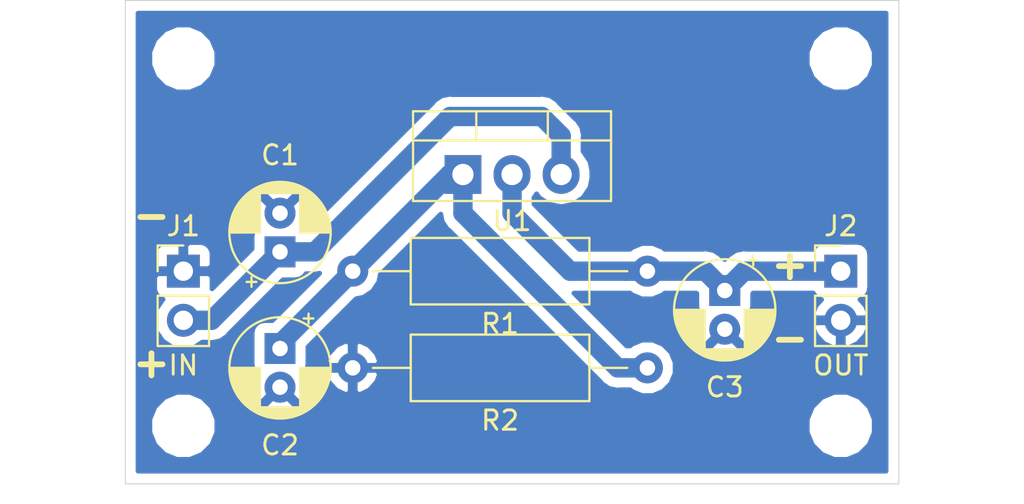
<source format=kicad_pcb>
(kicad_pcb (version 20171130) (host pcbnew 5.0.2-bee76a0~70~ubuntu18.04.1)

  (general
    (thickness 1.6)
    (drawings 8)
    (tracks 23)
    (zones 0)
    (modules 12)
    (nets 5)
  )

  (page A4)
  (title_block
    (title "Преобразователь DC5V")
    (date 2019-09-24)
    (company "НПП СТРЕЛА")
    (comment 2 Кокорев)
    (comment 3 Хорошко)
  )

  (layers
    (0 F.Cu signal)
    (31 B.Cu signal)
    (32 B.Adhes user)
    (33 F.Adhes user)
    (34 B.Paste user)
    (35 F.Paste user)
    (36 B.SilkS user)
    (37 F.SilkS user)
    (38 B.Mask user)
    (39 F.Mask user)
    (40 Dwgs.User user)
    (41 Cmts.User user)
    (42 Eco1.User user)
    (43 Eco2.User user)
    (44 Edge.Cuts user)
    (45 Margin user)
    (46 B.CrtYd user)
    (47 F.CrtYd user)
    (48 B.Fab user)
    (49 F.Fab user)
  )

  (setup
    (last_trace_width 1)
    (trace_clearance 0.5)
    (zone_clearance 0.508)
    (zone_45_only no)
    (trace_min 0.2)
    (segment_width 0.2)
    (edge_width 0.05)
    (via_size 0.8)
    (via_drill 0.4)
    (via_min_size 0.4)
    (via_min_drill 0.3)
    (uvia_size 0.3)
    (uvia_drill 0.1)
    (uvias_allowed no)
    (uvia_min_size 0.2)
    (uvia_min_drill 0.1)
    (pcb_text_width 0.3)
    (pcb_text_size 1.5 1.5)
    (mod_edge_width 0.12)
    (mod_text_size 1 1)
    (mod_text_width 0.15)
    (pad_size 1.524 1.524)
    (pad_drill 0.762)
    (pad_to_mask_clearance 0.051)
    (solder_mask_min_width 0.25)
    (aux_axis_origin 0 0)
    (visible_elements 7FFFFFFF)
    (pcbplotparams
      (layerselection 0x010fc_ffffffff)
      (usegerberextensions false)
      (usegerberattributes false)
      (usegerberadvancedattributes false)
      (creategerberjobfile false)
      (excludeedgelayer true)
      (linewidth 0.100000)
      (plotframeref false)
      (viasonmask false)
      (mode 1)
      (useauxorigin false)
      (hpglpennumber 1)
      (hpglpenspeed 20)
      (hpglpendiameter 15.000000)
      (psnegative false)
      (psa4output false)
      (plotreference true)
      (plotvalue true)
      (plotinvisibletext false)
      (padsonsilk false)
      (subtractmaskfromsilk false)
      (outputformat 1)
      (mirror false)
      (drillshape 0)
      (scaleselection 1)
      (outputdirectory "GERBER/"))
  )

  (net 0 "")
  (net 1 GND)
  (net 2 "Net-(C1-Pad1)")
  (net 3 "Net-(C2-Pad1)")
  (net 4 "Net-(C3-Pad1)")

  (net_class Default "Это класс цепей по умолчанию."
    (clearance 0.5)
    (trace_width 1)
    (via_dia 0.8)
    (via_drill 0.4)
    (uvia_dia 0.3)
    (uvia_drill 0.1)
    (add_net GND)
    (add_net "Net-(C1-Pad1)")
    (add_net "Net-(C2-Pad1)")
    (add_net "Net-(C3-Pad1)")
  )

  (module MountingHole:MountingHole_2.2mm_M2 (layer F.Cu) (tedit 5D89F590) (tstamp 5D982118)
    (at 169 77)
    (descr "Mounting Hole 2.2mm, no annular, M2")
    (tags "mounting hole 2.2mm no annular m2")
    (attr virtual)
    (fp_text reference REF1 (at 0 -3.2) (layer F.SilkS) hide
      (effects (font (size 1 1) (thickness 0.15)))
    )
    (fp_text value MountingHole_2.2mm_M2 (at 0 3.2) (layer F.Fab)
      (effects (font (size 1 1) (thickness 0.15)))
    )
    (fp_circle (center 0 0) (end 2.45 0) (layer F.CrtYd) (width 0.05))
    (fp_circle (center 0 0) (end 2.2 0) (layer Cmts.User) (width 0.15))
    (fp_text user %R (at 0.3 0) (layer F.Fab)
      (effects (font (size 1 1) (thickness 0.15)))
    )
    (pad 1 np_thru_hole circle (at 0 0) (size 2.2 2.2) (drill 2.2) (layers *.Cu *.Mask))
  )

  (module MountingHole:MountingHole_2.2mm_M2 (layer F.Cu) (tedit 5D89B2BB) (tstamp 5D98225A)
    (at 169 96)
    (descr "Mounting Hole 2.2mm, no annular, M2")
    (tags "mounting hole 2.2mm no annular m2")
    (attr virtual)
    (fp_text reference REF** (at 0 -3.2) (layer F.SilkS) hide
      (effects (font (size 1 1) (thickness 0.15)))
    )
    (fp_text value MountingHole_2.2mm_M2 (at 0 3.2) (layer F.Fab)
      (effects (font (size 1 1) (thickness 0.15)))
    )
    (fp_circle (center 0 0) (end 2.45 0) (layer F.CrtYd) (width 0.05))
    (fp_circle (center 0 0) (end 2.2 0) (layer Cmts.User) (width 0.15))
    (fp_text user %R (at 0.3 0) (layer F.Fab)
      (effects (font (size 1 1) (thickness 0.15)))
    )
    (pad 1 np_thru_hole circle (at 0 0) (size 2.2 2.2) (drill 2.2) (layers *.Cu *.Mask))
  )

  (module MountingHole:MountingHole_2.2mm_M2 (layer F.Cu) (tedit 5D89B2B7) (tstamp 5D982368)
    (at 135 77)
    (descr "Mounting Hole 2.2mm, no annular, M2")
    (tags "mounting hole 2.2mm no annular m2")
    (attr virtual)
    (fp_text reference REF** (at 0 -3.2) (layer F.SilkS) hide
      (effects (font (size 1 1) (thickness 0.15)))
    )
    (fp_text value MountingHole_2.2mm_M2 (at 0 3.2) (layer F.Fab)
      (effects (font (size 1 1) (thickness 0.15)))
    )
    (fp_circle (center 0 0) (end 2.45 0) (layer F.CrtYd) (width 0.05))
    (fp_circle (center 0 0) (end 2.2 0) (layer Cmts.User) (width 0.15))
    (fp_text user %R (at 0.3 0) (layer F.Fab)
      (effects (font (size 1 1) (thickness 0.15)))
    )
    (pad 1 np_thru_hole circle (at 0 0) (size 2.2 2.2) (drill 2.2) (layers *.Cu *.Mask))
  )

  (module MountingHole:MountingHole_2.2mm_M2 (layer F.Cu) (tedit 5D89B2B2) (tstamp 5D9823D7)
    (at 135 96)
    (descr "Mounting Hole 2.2mm, no annular, M2")
    (tags "mounting hole 2.2mm no annular m2")
    (attr virtual)
    (fp_text reference REF** (at 0 -3.2) (layer F.SilkS) hide
      (effects (font (size 1 1) (thickness 0.15)))
    )
    (fp_text value MountingHole_2.2mm_M2 (at 0 3.2) (layer F.Fab)
      (effects (font (size 1 1) (thickness 0.15)))
    )
    (fp_circle (center 0 0) (end 2.45 0) (layer F.CrtYd) (width 0.05))
    (fp_circle (center 0 0) (end 2.2 0) (layer Cmts.User) (width 0.15))
    (fp_text user %R (at 0.3 0) (layer F.Fab)
      (effects (font (size 1 1) (thickness 0.15)))
    )
    (pad 1 np_thru_hole circle (at 0 0) (size 2.2 2.2) (drill 2.2) (layers *.Cu *.Mask))
  )

  (module Capacitor_THT:CP_Radial_D5.0mm_P2.00mm (layer F.Cu) (tedit 5AE50EF0) (tstamp 5D89FF98)
    (at 163 89 270)
    (descr "CP, Radial series, Radial, pin pitch=2.00mm, , diameter=5mm, Electrolytic Capacitor")
    (tags "CP Radial series Radial pin pitch 2.00mm  diameter 5mm Electrolytic Capacitor")
    (path /5D8993C4)
    (fp_text reference C3 (at 5 0) (layer F.SilkS)
      (effects (font (size 1 1) (thickness 0.15)))
    )
    (fp_text value 10u (at 1 3.75 270) (layer F.Fab)
      (effects (font (size 1 1) (thickness 0.15)))
    )
    (fp_circle (center 1 0) (end 3.5 0) (layer F.Fab) (width 0.1))
    (fp_circle (center 1 0) (end 3.62 0) (layer F.SilkS) (width 0.12))
    (fp_circle (center 1 0) (end 3.75 0) (layer F.CrtYd) (width 0.05))
    (fp_line (start -1.133605 -1.0875) (end -0.633605 -1.0875) (layer F.Fab) (width 0.1))
    (fp_line (start -0.883605 -1.3375) (end -0.883605 -0.8375) (layer F.Fab) (width 0.1))
    (fp_line (start 1 1.04) (end 1 2.58) (layer F.SilkS) (width 0.12))
    (fp_line (start 1 -2.58) (end 1 -1.04) (layer F.SilkS) (width 0.12))
    (fp_line (start 1.04 1.04) (end 1.04 2.58) (layer F.SilkS) (width 0.12))
    (fp_line (start 1.04 -2.58) (end 1.04 -1.04) (layer F.SilkS) (width 0.12))
    (fp_line (start 1.08 -2.579) (end 1.08 -1.04) (layer F.SilkS) (width 0.12))
    (fp_line (start 1.08 1.04) (end 1.08 2.579) (layer F.SilkS) (width 0.12))
    (fp_line (start 1.12 -2.578) (end 1.12 -1.04) (layer F.SilkS) (width 0.12))
    (fp_line (start 1.12 1.04) (end 1.12 2.578) (layer F.SilkS) (width 0.12))
    (fp_line (start 1.16 -2.576) (end 1.16 -1.04) (layer F.SilkS) (width 0.12))
    (fp_line (start 1.16 1.04) (end 1.16 2.576) (layer F.SilkS) (width 0.12))
    (fp_line (start 1.2 -2.573) (end 1.2 -1.04) (layer F.SilkS) (width 0.12))
    (fp_line (start 1.2 1.04) (end 1.2 2.573) (layer F.SilkS) (width 0.12))
    (fp_line (start 1.24 -2.569) (end 1.24 -1.04) (layer F.SilkS) (width 0.12))
    (fp_line (start 1.24 1.04) (end 1.24 2.569) (layer F.SilkS) (width 0.12))
    (fp_line (start 1.28 -2.565) (end 1.28 -1.04) (layer F.SilkS) (width 0.12))
    (fp_line (start 1.28 1.04) (end 1.28 2.565) (layer F.SilkS) (width 0.12))
    (fp_line (start 1.32 -2.561) (end 1.32 -1.04) (layer F.SilkS) (width 0.12))
    (fp_line (start 1.32 1.04) (end 1.32 2.561) (layer F.SilkS) (width 0.12))
    (fp_line (start 1.36 -2.556) (end 1.36 -1.04) (layer F.SilkS) (width 0.12))
    (fp_line (start 1.36 1.04) (end 1.36 2.556) (layer F.SilkS) (width 0.12))
    (fp_line (start 1.4 -2.55) (end 1.4 -1.04) (layer F.SilkS) (width 0.12))
    (fp_line (start 1.4 1.04) (end 1.4 2.55) (layer F.SilkS) (width 0.12))
    (fp_line (start 1.44 -2.543) (end 1.44 -1.04) (layer F.SilkS) (width 0.12))
    (fp_line (start 1.44 1.04) (end 1.44 2.543) (layer F.SilkS) (width 0.12))
    (fp_line (start 1.48 -2.536) (end 1.48 -1.04) (layer F.SilkS) (width 0.12))
    (fp_line (start 1.48 1.04) (end 1.48 2.536) (layer F.SilkS) (width 0.12))
    (fp_line (start 1.52 -2.528) (end 1.52 -1.04) (layer F.SilkS) (width 0.12))
    (fp_line (start 1.52 1.04) (end 1.52 2.528) (layer F.SilkS) (width 0.12))
    (fp_line (start 1.56 -2.52) (end 1.56 -1.04) (layer F.SilkS) (width 0.12))
    (fp_line (start 1.56 1.04) (end 1.56 2.52) (layer F.SilkS) (width 0.12))
    (fp_line (start 1.6 -2.511) (end 1.6 -1.04) (layer F.SilkS) (width 0.12))
    (fp_line (start 1.6 1.04) (end 1.6 2.511) (layer F.SilkS) (width 0.12))
    (fp_line (start 1.64 -2.501) (end 1.64 -1.04) (layer F.SilkS) (width 0.12))
    (fp_line (start 1.64 1.04) (end 1.64 2.501) (layer F.SilkS) (width 0.12))
    (fp_line (start 1.68 -2.491) (end 1.68 -1.04) (layer F.SilkS) (width 0.12))
    (fp_line (start 1.68 1.04) (end 1.68 2.491) (layer F.SilkS) (width 0.12))
    (fp_line (start 1.721 -2.48) (end 1.721 -1.04) (layer F.SilkS) (width 0.12))
    (fp_line (start 1.721 1.04) (end 1.721 2.48) (layer F.SilkS) (width 0.12))
    (fp_line (start 1.761 -2.468) (end 1.761 -1.04) (layer F.SilkS) (width 0.12))
    (fp_line (start 1.761 1.04) (end 1.761 2.468) (layer F.SilkS) (width 0.12))
    (fp_line (start 1.801 -2.455) (end 1.801 -1.04) (layer F.SilkS) (width 0.12))
    (fp_line (start 1.801 1.04) (end 1.801 2.455) (layer F.SilkS) (width 0.12))
    (fp_line (start 1.841 -2.442) (end 1.841 -1.04) (layer F.SilkS) (width 0.12))
    (fp_line (start 1.841 1.04) (end 1.841 2.442) (layer F.SilkS) (width 0.12))
    (fp_line (start 1.881 -2.428) (end 1.881 -1.04) (layer F.SilkS) (width 0.12))
    (fp_line (start 1.881 1.04) (end 1.881 2.428) (layer F.SilkS) (width 0.12))
    (fp_line (start 1.921 -2.414) (end 1.921 -1.04) (layer F.SilkS) (width 0.12))
    (fp_line (start 1.921 1.04) (end 1.921 2.414) (layer F.SilkS) (width 0.12))
    (fp_line (start 1.961 -2.398) (end 1.961 -1.04) (layer F.SilkS) (width 0.12))
    (fp_line (start 1.961 1.04) (end 1.961 2.398) (layer F.SilkS) (width 0.12))
    (fp_line (start 2.001 -2.382) (end 2.001 -1.04) (layer F.SilkS) (width 0.12))
    (fp_line (start 2.001 1.04) (end 2.001 2.382) (layer F.SilkS) (width 0.12))
    (fp_line (start 2.041 -2.365) (end 2.041 -1.04) (layer F.SilkS) (width 0.12))
    (fp_line (start 2.041 1.04) (end 2.041 2.365) (layer F.SilkS) (width 0.12))
    (fp_line (start 2.081 -2.348) (end 2.081 -1.04) (layer F.SilkS) (width 0.12))
    (fp_line (start 2.081 1.04) (end 2.081 2.348) (layer F.SilkS) (width 0.12))
    (fp_line (start 2.121 -2.329) (end 2.121 -1.04) (layer F.SilkS) (width 0.12))
    (fp_line (start 2.121 1.04) (end 2.121 2.329) (layer F.SilkS) (width 0.12))
    (fp_line (start 2.161 -2.31) (end 2.161 -1.04) (layer F.SilkS) (width 0.12))
    (fp_line (start 2.161 1.04) (end 2.161 2.31) (layer F.SilkS) (width 0.12))
    (fp_line (start 2.201 -2.29) (end 2.201 -1.04) (layer F.SilkS) (width 0.12))
    (fp_line (start 2.201 1.04) (end 2.201 2.29) (layer F.SilkS) (width 0.12))
    (fp_line (start 2.241 -2.268) (end 2.241 -1.04) (layer F.SilkS) (width 0.12))
    (fp_line (start 2.241 1.04) (end 2.241 2.268) (layer F.SilkS) (width 0.12))
    (fp_line (start 2.281 -2.247) (end 2.281 -1.04) (layer F.SilkS) (width 0.12))
    (fp_line (start 2.281 1.04) (end 2.281 2.247) (layer F.SilkS) (width 0.12))
    (fp_line (start 2.321 -2.224) (end 2.321 -1.04) (layer F.SilkS) (width 0.12))
    (fp_line (start 2.321 1.04) (end 2.321 2.224) (layer F.SilkS) (width 0.12))
    (fp_line (start 2.361 -2.2) (end 2.361 -1.04) (layer F.SilkS) (width 0.12))
    (fp_line (start 2.361 1.04) (end 2.361 2.2) (layer F.SilkS) (width 0.12))
    (fp_line (start 2.401 -2.175) (end 2.401 -1.04) (layer F.SilkS) (width 0.12))
    (fp_line (start 2.401 1.04) (end 2.401 2.175) (layer F.SilkS) (width 0.12))
    (fp_line (start 2.441 -2.149) (end 2.441 -1.04) (layer F.SilkS) (width 0.12))
    (fp_line (start 2.441 1.04) (end 2.441 2.149) (layer F.SilkS) (width 0.12))
    (fp_line (start 2.481 -2.122) (end 2.481 -1.04) (layer F.SilkS) (width 0.12))
    (fp_line (start 2.481 1.04) (end 2.481 2.122) (layer F.SilkS) (width 0.12))
    (fp_line (start 2.521 -2.095) (end 2.521 -1.04) (layer F.SilkS) (width 0.12))
    (fp_line (start 2.521 1.04) (end 2.521 2.095) (layer F.SilkS) (width 0.12))
    (fp_line (start 2.561 -2.065) (end 2.561 -1.04) (layer F.SilkS) (width 0.12))
    (fp_line (start 2.561 1.04) (end 2.561 2.065) (layer F.SilkS) (width 0.12))
    (fp_line (start 2.601 -2.035) (end 2.601 -1.04) (layer F.SilkS) (width 0.12))
    (fp_line (start 2.601 1.04) (end 2.601 2.035) (layer F.SilkS) (width 0.12))
    (fp_line (start 2.641 -2.004) (end 2.641 -1.04) (layer F.SilkS) (width 0.12))
    (fp_line (start 2.641 1.04) (end 2.641 2.004) (layer F.SilkS) (width 0.12))
    (fp_line (start 2.681 -1.971) (end 2.681 -1.04) (layer F.SilkS) (width 0.12))
    (fp_line (start 2.681 1.04) (end 2.681 1.971) (layer F.SilkS) (width 0.12))
    (fp_line (start 2.721 -1.937) (end 2.721 -1.04) (layer F.SilkS) (width 0.12))
    (fp_line (start 2.721 1.04) (end 2.721 1.937) (layer F.SilkS) (width 0.12))
    (fp_line (start 2.761 -1.901) (end 2.761 -1.04) (layer F.SilkS) (width 0.12))
    (fp_line (start 2.761 1.04) (end 2.761 1.901) (layer F.SilkS) (width 0.12))
    (fp_line (start 2.801 -1.864) (end 2.801 -1.04) (layer F.SilkS) (width 0.12))
    (fp_line (start 2.801 1.04) (end 2.801 1.864) (layer F.SilkS) (width 0.12))
    (fp_line (start 2.841 -1.826) (end 2.841 -1.04) (layer F.SilkS) (width 0.12))
    (fp_line (start 2.841 1.04) (end 2.841 1.826) (layer F.SilkS) (width 0.12))
    (fp_line (start 2.881 -1.785) (end 2.881 -1.04) (layer F.SilkS) (width 0.12))
    (fp_line (start 2.881 1.04) (end 2.881 1.785) (layer F.SilkS) (width 0.12))
    (fp_line (start 2.921 -1.743) (end 2.921 -1.04) (layer F.SilkS) (width 0.12))
    (fp_line (start 2.921 1.04) (end 2.921 1.743) (layer F.SilkS) (width 0.12))
    (fp_line (start 2.961 -1.699) (end 2.961 -1.04) (layer F.SilkS) (width 0.12))
    (fp_line (start 2.961 1.04) (end 2.961 1.699) (layer F.SilkS) (width 0.12))
    (fp_line (start 3.001 -1.653) (end 3.001 -1.04) (layer F.SilkS) (width 0.12))
    (fp_line (start 3.001 1.04) (end 3.001 1.653) (layer F.SilkS) (width 0.12))
    (fp_line (start 3.041 -1.605) (end 3.041 1.605) (layer F.SilkS) (width 0.12))
    (fp_line (start 3.081 -1.554) (end 3.081 1.554) (layer F.SilkS) (width 0.12))
    (fp_line (start 3.121 -1.5) (end 3.121 1.5) (layer F.SilkS) (width 0.12))
    (fp_line (start 3.161 -1.443) (end 3.161 1.443) (layer F.SilkS) (width 0.12))
    (fp_line (start 3.201 -1.383) (end 3.201 1.383) (layer F.SilkS) (width 0.12))
    (fp_line (start 3.241 -1.319) (end 3.241 1.319) (layer F.SilkS) (width 0.12))
    (fp_line (start 3.281 -1.251) (end 3.281 1.251) (layer F.SilkS) (width 0.12))
    (fp_line (start 3.321 -1.178) (end 3.321 1.178) (layer F.SilkS) (width 0.12))
    (fp_line (start 3.361 -1.098) (end 3.361 1.098) (layer F.SilkS) (width 0.12))
    (fp_line (start 3.401 -1.011) (end 3.401 1.011) (layer F.SilkS) (width 0.12))
    (fp_line (start 3.441 -0.915) (end 3.441 0.915) (layer F.SilkS) (width 0.12))
    (fp_line (start 3.481 -0.805) (end 3.481 0.805) (layer F.SilkS) (width 0.12))
    (fp_line (start 3.521 -0.677) (end 3.521 0.677) (layer F.SilkS) (width 0.12))
    (fp_line (start 3.561 -0.518) (end 3.561 0.518) (layer F.SilkS) (width 0.12))
    (fp_line (start 3.601 -0.284) (end 3.601 0.284) (layer F.SilkS) (width 0.12))
    (fp_line (start -1.804775 -1.475) (end -1.304775 -1.475) (layer F.SilkS) (width 0.12))
    (fp_line (start -1.554775 -1.725) (end -1.554775 -1.225) (layer F.SilkS) (width 0.12))
    (fp_text user %R (at 1 0 270) (layer F.Fab)
      (effects (font (size 1 1) (thickness 0.15)))
    )
    (pad 1 thru_hole rect (at 0 0 270) (size 1.6 1.6) (drill 0.8) (layers *.Cu *.Mask)
      (net 4 "Net-(C3-Pad1)"))
    (pad 2 thru_hole circle (at 2 0 270) (size 1.6 1.6) (drill 0.8) (layers *.Cu *.Mask)
      (net 1 GND))
    (model ${KISYS3DMOD}/Capacitor_THT.3dshapes/CP_Radial_D5.0mm_P2.00mm.wrl
      (at (xyz 0 0 0))
      (scale (xyz 1 1 1))
      (rotate (xyz 0 0 0))
    )
  )

  (module Capacitor_THT:CP_Radial_D5.0mm_P2.00mm (layer F.Cu) (tedit 5AE50EF0) (tstamp 5D89FF16)
    (at 140 92 270)
    (descr "CP, Radial series, Radial, pin pitch=2.00mm, , diameter=5mm, Electrolytic Capacitor")
    (tags "CP Radial series Radial pin pitch 2.00mm  diameter 5mm Electrolytic Capacitor")
    (path /5D8960CF)
    (fp_text reference C2 (at 5 0) (layer F.SilkS)
      (effects (font (size 1 1) (thickness 0.15)))
    )
    (fp_text value 10u (at 1 3.75 270) (layer F.Fab)
      (effects (font (size 1 1) (thickness 0.15)))
    )
    (fp_text user %R (at 1 0 270) (layer F.Fab)
      (effects (font (size 1 1) (thickness 0.15)))
    )
    (fp_line (start -1.554775 -1.725) (end -1.554775 -1.225) (layer F.SilkS) (width 0.12))
    (fp_line (start -1.804775 -1.475) (end -1.304775 -1.475) (layer F.SilkS) (width 0.12))
    (fp_line (start 3.601 -0.284) (end 3.601 0.284) (layer F.SilkS) (width 0.12))
    (fp_line (start 3.561 -0.518) (end 3.561 0.518) (layer F.SilkS) (width 0.12))
    (fp_line (start 3.521 -0.677) (end 3.521 0.677) (layer F.SilkS) (width 0.12))
    (fp_line (start 3.481 -0.805) (end 3.481 0.805) (layer F.SilkS) (width 0.12))
    (fp_line (start 3.441 -0.915) (end 3.441 0.915) (layer F.SilkS) (width 0.12))
    (fp_line (start 3.401 -1.011) (end 3.401 1.011) (layer F.SilkS) (width 0.12))
    (fp_line (start 3.361 -1.098) (end 3.361 1.098) (layer F.SilkS) (width 0.12))
    (fp_line (start 3.321 -1.178) (end 3.321 1.178) (layer F.SilkS) (width 0.12))
    (fp_line (start 3.281 -1.251) (end 3.281 1.251) (layer F.SilkS) (width 0.12))
    (fp_line (start 3.241 -1.319) (end 3.241 1.319) (layer F.SilkS) (width 0.12))
    (fp_line (start 3.201 -1.383) (end 3.201 1.383) (layer F.SilkS) (width 0.12))
    (fp_line (start 3.161 -1.443) (end 3.161 1.443) (layer F.SilkS) (width 0.12))
    (fp_line (start 3.121 -1.5) (end 3.121 1.5) (layer F.SilkS) (width 0.12))
    (fp_line (start 3.081 -1.554) (end 3.081 1.554) (layer F.SilkS) (width 0.12))
    (fp_line (start 3.041 -1.605) (end 3.041 1.605) (layer F.SilkS) (width 0.12))
    (fp_line (start 3.001 1.04) (end 3.001 1.653) (layer F.SilkS) (width 0.12))
    (fp_line (start 3.001 -1.653) (end 3.001 -1.04) (layer F.SilkS) (width 0.12))
    (fp_line (start 2.961 1.04) (end 2.961 1.699) (layer F.SilkS) (width 0.12))
    (fp_line (start 2.961 -1.699) (end 2.961 -1.04) (layer F.SilkS) (width 0.12))
    (fp_line (start 2.921 1.04) (end 2.921 1.743) (layer F.SilkS) (width 0.12))
    (fp_line (start 2.921 -1.743) (end 2.921 -1.04) (layer F.SilkS) (width 0.12))
    (fp_line (start 2.881 1.04) (end 2.881 1.785) (layer F.SilkS) (width 0.12))
    (fp_line (start 2.881 -1.785) (end 2.881 -1.04) (layer F.SilkS) (width 0.12))
    (fp_line (start 2.841 1.04) (end 2.841 1.826) (layer F.SilkS) (width 0.12))
    (fp_line (start 2.841 -1.826) (end 2.841 -1.04) (layer F.SilkS) (width 0.12))
    (fp_line (start 2.801 1.04) (end 2.801 1.864) (layer F.SilkS) (width 0.12))
    (fp_line (start 2.801 -1.864) (end 2.801 -1.04) (layer F.SilkS) (width 0.12))
    (fp_line (start 2.761 1.04) (end 2.761 1.901) (layer F.SilkS) (width 0.12))
    (fp_line (start 2.761 -1.901) (end 2.761 -1.04) (layer F.SilkS) (width 0.12))
    (fp_line (start 2.721 1.04) (end 2.721 1.937) (layer F.SilkS) (width 0.12))
    (fp_line (start 2.721 -1.937) (end 2.721 -1.04) (layer F.SilkS) (width 0.12))
    (fp_line (start 2.681 1.04) (end 2.681 1.971) (layer F.SilkS) (width 0.12))
    (fp_line (start 2.681 -1.971) (end 2.681 -1.04) (layer F.SilkS) (width 0.12))
    (fp_line (start 2.641 1.04) (end 2.641 2.004) (layer F.SilkS) (width 0.12))
    (fp_line (start 2.641 -2.004) (end 2.641 -1.04) (layer F.SilkS) (width 0.12))
    (fp_line (start 2.601 1.04) (end 2.601 2.035) (layer F.SilkS) (width 0.12))
    (fp_line (start 2.601 -2.035) (end 2.601 -1.04) (layer F.SilkS) (width 0.12))
    (fp_line (start 2.561 1.04) (end 2.561 2.065) (layer F.SilkS) (width 0.12))
    (fp_line (start 2.561 -2.065) (end 2.561 -1.04) (layer F.SilkS) (width 0.12))
    (fp_line (start 2.521 1.04) (end 2.521 2.095) (layer F.SilkS) (width 0.12))
    (fp_line (start 2.521 -2.095) (end 2.521 -1.04) (layer F.SilkS) (width 0.12))
    (fp_line (start 2.481 1.04) (end 2.481 2.122) (layer F.SilkS) (width 0.12))
    (fp_line (start 2.481 -2.122) (end 2.481 -1.04) (layer F.SilkS) (width 0.12))
    (fp_line (start 2.441 1.04) (end 2.441 2.149) (layer F.SilkS) (width 0.12))
    (fp_line (start 2.441 -2.149) (end 2.441 -1.04) (layer F.SilkS) (width 0.12))
    (fp_line (start 2.401 1.04) (end 2.401 2.175) (layer F.SilkS) (width 0.12))
    (fp_line (start 2.401 -2.175) (end 2.401 -1.04) (layer F.SilkS) (width 0.12))
    (fp_line (start 2.361 1.04) (end 2.361 2.2) (layer F.SilkS) (width 0.12))
    (fp_line (start 2.361 -2.2) (end 2.361 -1.04) (layer F.SilkS) (width 0.12))
    (fp_line (start 2.321 1.04) (end 2.321 2.224) (layer F.SilkS) (width 0.12))
    (fp_line (start 2.321 -2.224) (end 2.321 -1.04) (layer F.SilkS) (width 0.12))
    (fp_line (start 2.281 1.04) (end 2.281 2.247) (layer F.SilkS) (width 0.12))
    (fp_line (start 2.281 -2.247) (end 2.281 -1.04) (layer F.SilkS) (width 0.12))
    (fp_line (start 2.241 1.04) (end 2.241 2.268) (layer F.SilkS) (width 0.12))
    (fp_line (start 2.241 -2.268) (end 2.241 -1.04) (layer F.SilkS) (width 0.12))
    (fp_line (start 2.201 1.04) (end 2.201 2.29) (layer F.SilkS) (width 0.12))
    (fp_line (start 2.201 -2.29) (end 2.201 -1.04) (layer F.SilkS) (width 0.12))
    (fp_line (start 2.161 1.04) (end 2.161 2.31) (layer F.SilkS) (width 0.12))
    (fp_line (start 2.161 -2.31) (end 2.161 -1.04) (layer F.SilkS) (width 0.12))
    (fp_line (start 2.121 1.04) (end 2.121 2.329) (layer F.SilkS) (width 0.12))
    (fp_line (start 2.121 -2.329) (end 2.121 -1.04) (layer F.SilkS) (width 0.12))
    (fp_line (start 2.081 1.04) (end 2.081 2.348) (layer F.SilkS) (width 0.12))
    (fp_line (start 2.081 -2.348) (end 2.081 -1.04) (layer F.SilkS) (width 0.12))
    (fp_line (start 2.041 1.04) (end 2.041 2.365) (layer F.SilkS) (width 0.12))
    (fp_line (start 2.041 -2.365) (end 2.041 -1.04) (layer F.SilkS) (width 0.12))
    (fp_line (start 2.001 1.04) (end 2.001 2.382) (layer F.SilkS) (width 0.12))
    (fp_line (start 2.001 -2.382) (end 2.001 -1.04) (layer F.SilkS) (width 0.12))
    (fp_line (start 1.961 1.04) (end 1.961 2.398) (layer F.SilkS) (width 0.12))
    (fp_line (start 1.961 -2.398) (end 1.961 -1.04) (layer F.SilkS) (width 0.12))
    (fp_line (start 1.921 1.04) (end 1.921 2.414) (layer F.SilkS) (width 0.12))
    (fp_line (start 1.921 -2.414) (end 1.921 -1.04) (layer F.SilkS) (width 0.12))
    (fp_line (start 1.881 1.04) (end 1.881 2.428) (layer F.SilkS) (width 0.12))
    (fp_line (start 1.881 -2.428) (end 1.881 -1.04) (layer F.SilkS) (width 0.12))
    (fp_line (start 1.841 1.04) (end 1.841 2.442) (layer F.SilkS) (width 0.12))
    (fp_line (start 1.841 -2.442) (end 1.841 -1.04) (layer F.SilkS) (width 0.12))
    (fp_line (start 1.801 1.04) (end 1.801 2.455) (layer F.SilkS) (width 0.12))
    (fp_line (start 1.801 -2.455) (end 1.801 -1.04) (layer F.SilkS) (width 0.12))
    (fp_line (start 1.761 1.04) (end 1.761 2.468) (layer F.SilkS) (width 0.12))
    (fp_line (start 1.761 -2.468) (end 1.761 -1.04) (layer F.SilkS) (width 0.12))
    (fp_line (start 1.721 1.04) (end 1.721 2.48) (layer F.SilkS) (width 0.12))
    (fp_line (start 1.721 -2.48) (end 1.721 -1.04) (layer F.SilkS) (width 0.12))
    (fp_line (start 1.68 1.04) (end 1.68 2.491) (layer F.SilkS) (width 0.12))
    (fp_line (start 1.68 -2.491) (end 1.68 -1.04) (layer F.SilkS) (width 0.12))
    (fp_line (start 1.64 1.04) (end 1.64 2.501) (layer F.SilkS) (width 0.12))
    (fp_line (start 1.64 -2.501) (end 1.64 -1.04) (layer F.SilkS) (width 0.12))
    (fp_line (start 1.6 1.04) (end 1.6 2.511) (layer F.SilkS) (width 0.12))
    (fp_line (start 1.6 -2.511) (end 1.6 -1.04) (layer F.SilkS) (width 0.12))
    (fp_line (start 1.56 1.04) (end 1.56 2.52) (layer F.SilkS) (width 0.12))
    (fp_line (start 1.56 -2.52) (end 1.56 -1.04) (layer F.SilkS) (width 0.12))
    (fp_line (start 1.52 1.04) (end 1.52 2.528) (layer F.SilkS) (width 0.12))
    (fp_line (start 1.52 -2.528) (end 1.52 -1.04) (layer F.SilkS) (width 0.12))
    (fp_line (start 1.48 1.04) (end 1.48 2.536) (layer F.SilkS) (width 0.12))
    (fp_line (start 1.48 -2.536) (end 1.48 -1.04) (layer F.SilkS) (width 0.12))
    (fp_line (start 1.44 1.04) (end 1.44 2.543) (layer F.SilkS) (width 0.12))
    (fp_line (start 1.44 -2.543) (end 1.44 -1.04) (layer F.SilkS) (width 0.12))
    (fp_line (start 1.4 1.04) (end 1.4 2.55) (layer F.SilkS) (width 0.12))
    (fp_line (start 1.4 -2.55) (end 1.4 -1.04) (layer F.SilkS) (width 0.12))
    (fp_line (start 1.36 1.04) (end 1.36 2.556) (layer F.SilkS) (width 0.12))
    (fp_line (start 1.36 -2.556) (end 1.36 -1.04) (layer F.SilkS) (width 0.12))
    (fp_line (start 1.32 1.04) (end 1.32 2.561) (layer F.SilkS) (width 0.12))
    (fp_line (start 1.32 -2.561) (end 1.32 -1.04) (layer F.SilkS) (width 0.12))
    (fp_line (start 1.28 1.04) (end 1.28 2.565) (layer F.SilkS) (width 0.12))
    (fp_line (start 1.28 -2.565) (end 1.28 -1.04) (layer F.SilkS) (width 0.12))
    (fp_line (start 1.24 1.04) (end 1.24 2.569) (layer F.SilkS) (width 0.12))
    (fp_line (start 1.24 -2.569) (end 1.24 -1.04) (layer F.SilkS) (width 0.12))
    (fp_line (start 1.2 1.04) (end 1.2 2.573) (layer F.SilkS) (width 0.12))
    (fp_line (start 1.2 -2.573) (end 1.2 -1.04) (layer F.SilkS) (width 0.12))
    (fp_line (start 1.16 1.04) (end 1.16 2.576) (layer F.SilkS) (width 0.12))
    (fp_line (start 1.16 -2.576) (end 1.16 -1.04) (layer F.SilkS) (width 0.12))
    (fp_line (start 1.12 1.04) (end 1.12 2.578) (layer F.SilkS) (width 0.12))
    (fp_line (start 1.12 -2.578) (end 1.12 -1.04) (layer F.SilkS) (width 0.12))
    (fp_line (start 1.08 1.04) (end 1.08 2.579) (layer F.SilkS) (width 0.12))
    (fp_line (start 1.08 -2.579) (end 1.08 -1.04) (layer F.SilkS) (width 0.12))
    (fp_line (start 1.04 -2.58) (end 1.04 -1.04) (layer F.SilkS) (width 0.12))
    (fp_line (start 1.04 1.04) (end 1.04 2.58) (layer F.SilkS) (width 0.12))
    (fp_line (start 1 -2.58) (end 1 -1.04) (layer F.SilkS) (width 0.12))
    (fp_line (start 1 1.04) (end 1 2.58) (layer F.SilkS) (width 0.12))
    (fp_line (start -0.883605 -1.3375) (end -0.883605 -0.8375) (layer F.Fab) (width 0.1))
    (fp_line (start -1.133605 -1.0875) (end -0.633605 -1.0875) (layer F.Fab) (width 0.1))
    (fp_circle (center 1 0) (end 3.75 0) (layer F.CrtYd) (width 0.05))
    (fp_circle (center 1 0) (end 3.62 0) (layer F.SilkS) (width 0.12))
    (fp_circle (center 1 0) (end 3.5 0) (layer F.Fab) (width 0.1))
    (pad 2 thru_hole circle (at 2 0 270) (size 1.6 1.6) (drill 0.8) (layers *.Cu *.Mask)
      (net 1 GND))
    (pad 1 thru_hole rect (at 0 0 270) (size 1.6 1.6) (drill 0.8) (layers *.Cu *.Mask)
      (net 3 "Net-(C2-Pad1)"))
    (model ${KISYS3DMOD}/Capacitor_THT.3dshapes/CP_Radial_D5.0mm_P2.00mm.wrl
      (at (xyz 0 0 0))
      (scale (xyz 1 1 1))
      (rotate (xyz 0 0 0))
    )
  )

  (module Capacitor_THT:CP_Radial_D5.0mm_P2.00mm (layer F.Cu) (tedit 5AE50EF0) (tstamp 5D89FE94)
    (at 140 87 90)
    (descr "CP, Radial series, Radial, pin pitch=2.00mm, , diameter=5mm, Electrolytic Capacitor")
    (tags "CP Radial series Radial pin pitch 2.00mm  diameter 5mm Electrolytic Capacitor")
    (path /5D8959ED)
    (fp_text reference C1 (at 5 0 180) (layer F.SilkS)
      (effects (font (size 1 1) (thickness 0.15)))
    )
    (fp_text value 10u (at 1 3.75 90) (layer F.Fab)
      (effects (font (size 1 1) (thickness 0.15)))
    )
    (fp_circle (center 1 0) (end 3.5 0) (layer F.Fab) (width 0.1))
    (fp_circle (center 1 0) (end 3.62 0) (layer F.SilkS) (width 0.12))
    (fp_circle (center 1 0) (end 3.75 0) (layer F.CrtYd) (width 0.05))
    (fp_line (start -1.133605 -1.0875) (end -0.633605 -1.0875) (layer F.Fab) (width 0.1))
    (fp_line (start -0.883605 -1.3375) (end -0.883605 -0.8375) (layer F.Fab) (width 0.1))
    (fp_line (start 1 1.04) (end 1 2.58) (layer F.SilkS) (width 0.12))
    (fp_line (start 1 -2.58) (end 1 -1.04) (layer F.SilkS) (width 0.12))
    (fp_line (start 1.04 1.04) (end 1.04 2.58) (layer F.SilkS) (width 0.12))
    (fp_line (start 1.04 -2.58) (end 1.04 -1.04) (layer F.SilkS) (width 0.12))
    (fp_line (start 1.08 -2.579) (end 1.08 -1.04) (layer F.SilkS) (width 0.12))
    (fp_line (start 1.08 1.04) (end 1.08 2.579) (layer F.SilkS) (width 0.12))
    (fp_line (start 1.12 -2.578) (end 1.12 -1.04) (layer F.SilkS) (width 0.12))
    (fp_line (start 1.12 1.04) (end 1.12 2.578) (layer F.SilkS) (width 0.12))
    (fp_line (start 1.16 -2.576) (end 1.16 -1.04) (layer F.SilkS) (width 0.12))
    (fp_line (start 1.16 1.04) (end 1.16 2.576) (layer F.SilkS) (width 0.12))
    (fp_line (start 1.2 -2.573) (end 1.2 -1.04) (layer F.SilkS) (width 0.12))
    (fp_line (start 1.2 1.04) (end 1.2 2.573) (layer F.SilkS) (width 0.12))
    (fp_line (start 1.24 -2.569) (end 1.24 -1.04) (layer F.SilkS) (width 0.12))
    (fp_line (start 1.24 1.04) (end 1.24 2.569) (layer F.SilkS) (width 0.12))
    (fp_line (start 1.28 -2.565) (end 1.28 -1.04) (layer F.SilkS) (width 0.12))
    (fp_line (start 1.28 1.04) (end 1.28 2.565) (layer F.SilkS) (width 0.12))
    (fp_line (start 1.32 -2.561) (end 1.32 -1.04) (layer F.SilkS) (width 0.12))
    (fp_line (start 1.32 1.04) (end 1.32 2.561) (layer F.SilkS) (width 0.12))
    (fp_line (start 1.36 -2.556) (end 1.36 -1.04) (layer F.SilkS) (width 0.12))
    (fp_line (start 1.36 1.04) (end 1.36 2.556) (layer F.SilkS) (width 0.12))
    (fp_line (start 1.4 -2.55) (end 1.4 -1.04) (layer F.SilkS) (width 0.12))
    (fp_line (start 1.4 1.04) (end 1.4 2.55) (layer F.SilkS) (width 0.12))
    (fp_line (start 1.44 -2.543) (end 1.44 -1.04) (layer F.SilkS) (width 0.12))
    (fp_line (start 1.44 1.04) (end 1.44 2.543) (layer F.SilkS) (width 0.12))
    (fp_line (start 1.48 -2.536) (end 1.48 -1.04) (layer F.SilkS) (width 0.12))
    (fp_line (start 1.48 1.04) (end 1.48 2.536) (layer F.SilkS) (width 0.12))
    (fp_line (start 1.52 -2.528) (end 1.52 -1.04) (layer F.SilkS) (width 0.12))
    (fp_line (start 1.52 1.04) (end 1.52 2.528) (layer F.SilkS) (width 0.12))
    (fp_line (start 1.56 -2.52) (end 1.56 -1.04) (layer F.SilkS) (width 0.12))
    (fp_line (start 1.56 1.04) (end 1.56 2.52) (layer F.SilkS) (width 0.12))
    (fp_line (start 1.6 -2.511) (end 1.6 -1.04) (layer F.SilkS) (width 0.12))
    (fp_line (start 1.6 1.04) (end 1.6 2.511) (layer F.SilkS) (width 0.12))
    (fp_line (start 1.64 -2.501) (end 1.64 -1.04) (layer F.SilkS) (width 0.12))
    (fp_line (start 1.64 1.04) (end 1.64 2.501) (layer F.SilkS) (width 0.12))
    (fp_line (start 1.68 -2.491) (end 1.68 -1.04) (layer F.SilkS) (width 0.12))
    (fp_line (start 1.68 1.04) (end 1.68 2.491) (layer F.SilkS) (width 0.12))
    (fp_line (start 1.721 -2.48) (end 1.721 -1.04) (layer F.SilkS) (width 0.12))
    (fp_line (start 1.721 1.04) (end 1.721 2.48) (layer F.SilkS) (width 0.12))
    (fp_line (start 1.761 -2.468) (end 1.761 -1.04) (layer F.SilkS) (width 0.12))
    (fp_line (start 1.761 1.04) (end 1.761 2.468) (layer F.SilkS) (width 0.12))
    (fp_line (start 1.801 -2.455) (end 1.801 -1.04) (layer F.SilkS) (width 0.12))
    (fp_line (start 1.801 1.04) (end 1.801 2.455) (layer F.SilkS) (width 0.12))
    (fp_line (start 1.841 -2.442) (end 1.841 -1.04) (layer F.SilkS) (width 0.12))
    (fp_line (start 1.841 1.04) (end 1.841 2.442) (layer F.SilkS) (width 0.12))
    (fp_line (start 1.881 -2.428) (end 1.881 -1.04) (layer F.SilkS) (width 0.12))
    (fp_line (start 1.881 1.04) (end 1.881 2.428) (layer F.SilkS) (width 0.12))
    (fp_line (start 1.921 -2.414) (end 1.921 -1.04) (layer F.SilkS) (width 0.12))
    (fp_line (start 1.921 1.04) (end 1.921 2.414) (layer F.SilkS) (width 0.12))
    (fp_line (start 1.961 -2.398) (end 1.961 -1.04) (layer F.SilkS) (width 0.12))
    (fp_line (start 1.961 1.04) (end 1.961 2.398) (layer F.SilkS) (width 0.12))
    (fp_line (start 2.001 -2.382) (end 2.001 -1.04) (layer F.SilkS) (width 0.12))
    (fp_line (start 2.001 1.04) (end 2.001 2.382) (layer F.SilkS) (width 0.12))
    (fp_line (start 2.041 -2.365) (end 2.041 -1.04) (layer F.SilkS) (width 0.12))
    (fp_line (start 2.041 1.04) (end 2.041 2.365) (layer F.SilkS) (width 0.12))
    (fp_line (start 2.081 -2.348) (end 2.081 -1.04) (layer F.SilkS) (width 0.12))
    (fp_line (start 2.081 1.04) (end 2.081 2.348) (layer F.SilkS) (width 0.12))
    (fp_line (start 2.121 -2.329) (end 2.121 -1.04) (layer F.SilkS) (width 0.12))
    (fp_line (start 2.121 1.04) (end 2.121 2.329) (layer F.SilkS) (width 0.12))
    (fp_line (start 2.161 -2.31) (end 2.161 -1.04) (layer F.SilkS) (width 0.12))
    (fp_line (start 2.161 1.04) (end 2.161 2.31) (layer F.SilkS) (width 0.12))
    (fp_line (start 2.201 -2.29) (end 2.201 -1.04) (layer F.SilkS) (width 0.12))
    (fp_line (start 2.201 1.04) (end 2.201 2.29) (layer F.SilkS) (width 0.12))
    (fp_line (start 2.241 -2.268) (end 2.241 -1.04) (layer F.SilkS) (width 0.12))
    (fp_line (start 2.241 1.04) (end 2.241 2.268) (layer F.SilkS) (width 0.12))
    (fp_line (start 2.281 -2.247) (end 2.281 -1.04) (layer F.SilkS) (width 0.12))
    (fp_line (start 2.281 1.04) (end 2.281 2.247) (layer F.SilkS) (width 0.12))
    (fp_line (start 2.321 -2.224) (end 2.321 -1.04) (layer F.SilkS) (width 0.12))
    (fp_line (start 2.321 1.04) (end 2.321 2.224) (layer F.SilkS) (width 0.12))
    (fp_line (start 2.361 -2.2) (end 2.361 -1.04) (layer F.SilkS) (width 0.12))
    (fp_line (start 2.361 1.04) (end 2.361 2.2) (layer F.SilkS) (width 0.12))
    (fp_line (start 2.401 -2.175) (end 2.401 -1.04) (layer F.SilkS) (width 0.12))
    (fp_line (start 2.401 1.04) (end 2.401 2.175) (layer F.SilkS) (width 0.12))
    (fp_line (start 2.441 -2.149) (end 2.441 -1.04) (layer F.SilkS) (width 0.12))
    (fp_line (start 2.441 1.04) (end 2.441 2.149) (layer F.SilkS) (width 0.12))
    (fp_line (start 2.481 -2.122) (end 2.481 -1.04) (layer F.SilkS) (width 0.12))
    (fp_line (start 2.481 1.04) (end 2.481 2.122) (layer F.SilkS) (width 0.12))
    (fp_line (start 2.521 -2.095) (end 2.521 -1.04) (layer F.SilkS) (width 0.12))
    (fp_line (start 2.521 1.04) (end 2.521 2.095) (layer F.SilkS) (width 0.12))
    (fp_line (start 2.561 -2.065) (end 2.561 -1.04) (layer F.SilkS) (width 0.12))
    (fp_line (start 2.561 1.04) (end 2.561 2.065) (layer F.SilkS) (width 0.12))
    (fp_line (start 2.601 -2.035) (end 2.601 -1.04) (layer F.SilkS) (width 0.12))
    (fp_line (start 2.601 1.04) (end 2.601 2.035) (layer F.SilkS) (width 0.12))
    (fp_line (start 2.641 -2.004) (end 2.641 -1.04) (layer F.SilkS) (width 0.12))
    (fp_line (start 2.641 1.04) (end 2.641 2.004) (layer F.SilkS) (width 0.12))
    (fp_line (start 2.681 -1.971) (end 2.681 -1.04) (layer F.SilkS) (width 0.12))
    (fp_line (start 2.681 1.04) (end 2.681 1.971) (layer F.SilkS) (width 0.12))
    (fp_line (start 2.721 -1.937) (end 2.721 -1.04) (layer F.SilkS) (width 0.12))
    (fp_line (start 2.721 1.04) (end 2.721 1.937) (layer F.SilkS) (width 0.12))
    (fp_line (start 2.761 -1.901) (end 2.761 -1.04) (layer F.SilkS) (width 0.12))
    (fp_line (start 2.761 1.04) (end 2.761 1.901) (layer F.SilkS) (width 0.12))
    (fp_line (start 2.801 -1.864) (end 2.801 -1.04) (layer F.SilkS) (width 0.12))
    (fp_line (start 2.801 1.04) (end 2.801 1.864) (layer F.SilkS) (width 0.12))
    (fp_line (start 2.841 -1.826) (end 2.841 -1.04) (layer F.SilkS) (width 0.12))
    (fp_line (start 2.841 1.04) (end 2.841 1.826) (layer F.SilkS) (width 0.12))
    (fp_line (start 2.881 -1.785) (end 2.881 -1.04) (layer F.SilkS) (width 0.12))
    (fp_line (start 2.881 1.04) (end 2.881 1.785) (layer F.SilkS) (width 0.12))
    (fp_line (start 2.921 -1.743) (end 2.921 -1.04) (layer F.SilkS) (width 0.12))
    (fp_line (start 2.921 1.04) (end 2.921 1.743) (layer F.SilkS) (width 0.12))
    (fp_line (start 2.961 -1.699) (end 2.961 -1.04) (layer F.SilkS) (width 0.12))
    (fp_line (start 2.961 1.04) (end 2.961 1.699) (layer F.SilkS) (width 0.12))
    (fp_line (start 3.001 -1.653) (end 3.001 -1.04) (layer F.SilkS) (width 0.12))
    (fp_line (start 3.001 1.04) (end 3.001 1.653) (layer F.SilkS) (width 0.12))
    (fp_line (start 3.041 -1.605) (end 3.041 1.605) (layer F.SilkS) (width 0.12))
    (fp_line (start 3.081 -1.554) (end 3.081 1.554) (layer F.SilkS) (width 0.12))
    (fp_line (start 3.121 -1.5) (end 3.121 1.5) (layer F.SilkS) (width 0.12))
    (fp_line (start 3.161 -1.443) (end 3.161 1.443) (layer F.SilkS) (width 0.12))
    (fp_line (start 3.201 -1.383) (end 3.201 1.383) (layer F.SilkS) (width 0.12))
    (fp_line (start 3.241 -1.319) (end 3.241 1.319) (layer F.SilkS) (width 0.12))
    (fp_line (start 3.281 -1.251) (end 3.281 1.251) (layer F.SilkS) (width 0.12))
    (fp_line (start 3.321 -1.178) (end 3.321 1.178) (layer F.SilkS) (width 0.12))
    (fp_line (start 3.361 -1.098) (end 3.361 1.098) (layer F.SilkS) (width 0.12))
    (fp_line (start 3.401 -1.011) (end 3.401 1.011) (layer F.SilkS) (width 0.12))
    (fp_line (start 3.441 -0.915) (end 3.441 0.915) (layer F.SilkS) (width 0.12))
    (fp_line (start 3.481 -0.805) (end 3.481 0.805) (layer F.SilkS) (width 0.12))
    (fp_line (start 3.521 -0.677) (end 3.521 0.677) (layer F.SilkS) (width 0.12))
    (fp_line (start 3.561 -0.518) (end 3.561 0.518) (layer F.SilkS) (width 0.12))
    (fp_line (start 3.601 -0.284) (end 3.601 0.284) (layer F.SilkS) (width 0.12))
    (fp_line (start -1.804775 -1.475) (end -1.304775 -1.475) (layer F.SilkS) (width 0.12))
    (fp_line (start -1.554775 -1.725) (end -1.554775 -1.225) (layer F.SilkS) (width 0.12))
    (fp_text user %R (at 1 0 90) (layer F.Fab)
      (effects (font (size 1 1) (thickness 0.15)))
    )
    (pad 1 thru_hole rect (at 0 0 90) (size 1.6 1.6) (drill 0.8) (layers *.Cu *.Mask)
      (net 2 "Net-(C1-Pad1)"))
    (pad 2 thru_hole circle (at 2 0 90) (size 1.6 1.6) (drill 0.8) (layers *.Cu *.Mask)
      (net 1 GND))
    (model ${KISYS3DMOD}/Capacitor_THT.3dshapes/CP_Radial_D5.0mm_P2.00mm.wrl
      (at (xyz 0 0 0))
      (scale (xyz 1 1 1))
      (rotate (xyz 0 0 0))
    )
  )

  (module Package_TO_SOT_THT:TO-220-3_Vertical (layer F.Cu) (tedit 5AC8BA0D) (tstamp 5D8974AD)
    (at 149.46 83)
    (descr "TO-220-3, Vertical, RM 2.54mm, see https://www.vishay.com/docs/66542/to-220-1.pdf")
    (tags "TO-220-3 Vertical RM 2.54mm")
    (path /5D8910FB)
    (fp_text reference U1 (at 2.54 2.4) (layer F.SilkS)
      (effects (font (size 1 1) (thickness 0.15)))
    )
    (fp_text value LM317_3PinPackage (at 2.54 2.5) (layer F.Fab)
      (effects (font (size 1 1) (thickness 0.15)))
    )
    (fp_text user %R (at 2.54 -4.27) (layer F.Fab)
      (effects (font (size 1 1) (thickness 0.15)))
    )
    (fp_line (start 7.79 -3.4) (end -2.71 -3.4) (layer F.CrtYd) (width 0.05))
    (fp_line (start 7.79 1.51) (end 7.79 -3.4) (layer F.CrtYd) (width 0.05))
    (fp_line (start -2.71 1.51) (end 7.79 1.51) (layer F.CrtYd) (width 0.05))
    (fp_line (start -2.71 -3.4) (end -2.71 1.51) (layer F.CrtYd) (width 0.05))
    (fp_line (start 4.391 -3.27) (end 4.391 -1.76) (layer F.SilkS) (width 0.12))
    (fp_line (start 0.69 -3.27) (end 0.69 -1.76) (layer F.SilkS) (width 0.12))
    (fp_line (start -2.58 -1.76) (end 7.66 -1.76) (layer F.SilkS) (width 0.12))
    (fp_line (start 7.66 -3.27) (end 7.66 1.371) (layer F.SilkS) (width 0.12))
    (fp_line (start -2.58 -3.27) (end -2.58 1.371) (layer F.SilkS) (width 0.12))
    (fp_line (start -2.58 1.371) (end 7.66 1.371) (layer F.SilkS) (width 0.12))
    (fp_line (start -2.58 -3.27) (end 7.66 -3.27) (layer F.SilkS) (width 0.12))
    (fp_line (start 4.39 -3.15) (end 4.39 -1.88) (layer F.Fab) (width 0.1))
    (fp_line (start 0.69 -3.15) (end 0.69 -1.88) (layer F.Fab) (width 0.1))
    (fp_line (start -2.46 -1.88) (end 7.54 -1.88) (layer F.Fab) (width 0.1))
    (fp_line (start 7.54 -3.15) (end -2.46 -3.15) (layer F.Fab) (width 0.1))
    (fp_line (start 7.54 1.25) (end 7.54 -3.15) (layer F.Fab) (width 0.1))
    (fp_line (start -2.46 1.25) (end 7.54 1.25) (layer F.Fab) (width 0.1))
    (fp_line (start -2.46 -3.15) (end -2.46 1.25) (layer F.Fab) (width 0.1))
    (pad 3 thru_hole oval (at 5.08 0) (size 1.905 2) (drill 1.1) (layers *.Cu *.Mask)
      (net 2 "Net-(C1-Pad1)"))
    (pad 2 thru_hole oval (at 2.54 0) (size 1.905 2) (drill 1.1) (layers *.Cu *.Mask)
      (net 4 "Net-(C3-Pad1)"))
    (pad 1 thru_hole rect (at 0 0) (size 1.905 2) (drill 1.1) (layers *.Cu *.Mask)
      (net 3 "Net-(C2-Pad1)"))
    (model ${KISYS3DMOD}/Package_TO_SOT_THT.3dshapes/TO-220-3_Vertical.wrl
      (at (xyz 0 0 0))
      (scale (xyz 1 1 1))
      (rotate (xyz 0 0 0))
    )
  )

  (module Resistor_THT:R_Axial_DIN0309_L9.0mm_D3.2mm_P15.24mm_Horizontal (layer F.Cu) (tedit 5D89C47C) (tstamp 5D897493)
    (at 159 93 180)
    (descr "Resistor, Axial_DIN0309 series, Axial, Horizontal, pin pitch=15.24mm, 0.5W = 1/2W, length*diameter=9*3.2mm^2, http://cdn-reichelt.de/documents/datenblatt/B400/1_4W%23YAG.pdf")
    (tags "Resistor Axial_DIN0309 series Axial Horizontal pin pitch 15.24mm 0.5W = 1/2W length 9mm diameter 3.2mm")
    (path /5D892BDF)
    (fp_text reference R2 (at 7.62 -2.72 180) (layer F.SilkS)
      (effects (font (size 1 1) (thickness 0.15)))
    )
    (fp_text value 720 (at 7.62 2.72 180) (layer F.Fab)
      (effects (font (size 1 1) (thickness 0.15)))
    )
    (fp_text user %R (at 7.62 0 180) (layer F.Fab)
      (effects (font (size 1 1) (thickness 0.15)))
    )
    (fp_line (start 16.29 -1.85) (end -1.05 -1.85) (layer F.CrtYd) (width 0.05))
    (fp_line (start 16.29 1.85) (end 16.29 -1.85) (layer F.CrtYd) (width 0.05))
    (fp_line (start -1.05 1.85) (end 16.29 1.85) (layer F.CrtYd) (width 0.05))
    (fp_line (start -1.05 -1.85) (end -1.05 1.85) (layer F.CrtYd) (width 0.05))
    (fp_line (start 14.2 0) (end 12.24 0) (layer F.SilkS) (width 0.12))
    (fp_line (start 1.04 0) (end 3 0) (layer F.SilkS) (width 0.12))
    (fp_line (start 12.24 -1.72) (end 3 -1.72) (layer F.SilkS) (width 0.12))
    (fp_line (start 12.24 1.72) (end 12.24 -1.72) (layer F.SilkS) (width 0.12))
    (fp_line (start 3 1.72) (end 12.24 1.72) (layer F.SilkS) (width 0.12))
    (fp_line (start 3 -1.72) (end 3 1.72) (layer F.SilkS) (width 0.12))
    (fp_line (start 15.24 0) (end 12.12 0) (layer F.Fab) (width 0.1))
    (fp_line (start 0 0) (end 3.12 0) (layer F.Fab) (width 0.1))
    (fp_line (start 12.12 -1.6) (end 3.12 -1.6) (layer F.Fab) (width 0.1))
    (fp_line (start 12.12 1.6) (end 12.12 -1.6) (layer F.Fab) (width 0.1))
    (fp_line (start 3.12 1.6) (end 12.12 1.6) (layer F.Fab) (width 0.1))
    (fp_line (start 3.12 -1.6) (end 3.12 1.6) (layer F.Fab) (width 0.1))
    (pad 2 thru_hole oval (at 15.24 0 180) (size 1.6 1.6) (drill 0.8) (layers *.Cu *.Mask)
      (net 1 GND))
    (pad 1 thru_hole circle (at 0 0 180) (size 1.6 1.6) (drill 0.8) (layers *.Cu *.Mask)
      (net 3 "Net-(C2-Pad1)"))
    (model ${KISYS3DMOD}/Resistor_THT.3dshapes/R_Axial_DIN0309_L9.0mm_D3.2mm_P15.24mm_Horizontal.wrl
      (at (xyz 0 0 0))
      (scale (xyz 1 1 1))
      (rotate (xyz 0 0 0))
    )
  )

  (module Resistor_THT:R_Axial_DIN0309_L9.0mm_D3.2mm_P15.24mm_Horizontal (layer F.Cu) (tedit 5AE5139B) (tstamp 5D89747C)
    (at 159 88 180)
    (descr "Resistor, Axial_DIN0309 series, Axial, Horizontal, pin pitch=15.24mm, 0.5W = 1/2W, length*diameter=9*3.2mm^2, http://cdn-reichelt.de/documents/datenblatt/B400/1_4W%23YAG.pdf")
    (tags "Resistor Axial_DIN0309 series Axial Horizontal pin pitch 15.24mm 0.5W = 1/2W length 9mm diameter 3.2mm")
    (path /5D892351)
    (fp_text reference R1 (at 7.62 -2.72 180) (layer F.SilkS)
      (effects (font (size 1 1) (thickness 0.15)))
    )
    (fp_text value 240 (at 7.62 2.72 180) (layer F.Fab)
      (effects (font (size 1 1) (thickness 0.15)))
    )
    (fp_text user %R (at 7.62 0 180) (layer F.Fab)
      (effects (font (size 1 1) (thickness 0.15)))
    )
    (fp_line (start 16.29 -1.85) (end -1.05 -1.85) (layer F.CrtYd) (width 0.05))
    (fp_line (start 16.29 1.85) (end 16.29 -1.85) (layer F.CrtYd) (width 0.05))
    (fp_line (start -1.05 1.85) (end 16.29 1.85) (layer F.CrtYd) (width 0.05))
    (fp_line (start -1.05 -1.85) (end -1.05 1.85) (layer F.CrtYd) (width 0.05))
    (fp_line (start 14.2 0) (end 12.24 0) (layer F.SilkS) (width 0.12))
    (fp_line (start 1.04 0) (end 3 0) (layer F.SilkS) (width 0.12))
    (fp_line (start 12.24 -1.72) (end 3 -1.72) (layer F.SilkS) (width 0.12))
    (fp_line (start 12.24 1.72) (end 12.24 -1.72) (layer F.SilkS) (width 0.12))
    (fp_line (start 3 1.72) (end 12.24 1.72) (layer F.SilkS) (width 0.12))
    (fp_line (start 3 -1.72) (end 3 1.72) (layer F.SilkS) (width 0.12))
    (fp_line (start 15.24 0) (end 12.12 0) (layer F.Fab) (width 0.1))
    (fp_line (start 0 0) (end 3.12 0) (layer F.Fab) (width 0.1))
    (fp_line (start 12.12 -1.6) (end 3.12 -1.6) (layer F.Fab) (width 0.1))
    (fp_line (start 12.12 1.6) (end 12.12 -1.6) (layer F.Fab) (width 0.1))
    (fp_line (start 3.12 1.6) (end 12.12 1.6) (layer F.Fab) (width 0.1))
    (fp_line (start 3.12 -1.6) (end 3.12 1.6) (layer F.Fab) (width 0.1))
    (pad 2 thru_hole oval (at 15.24 0 180) (size 1.6 1.6) (drill 0.8) (layers *.Cu *.Mask)
      (net 3 "Net-(C2-Pad1)"))
    (pad 1 thru_hole circle (at 0 0 180) (size 1.6 1.6) (drill 0.8) (layers *.Cu *.Mask)
      (net 4 "Net-(C3-Pad1)"))
    (model ${KISYS3DMOD}/Resistor_THT.3dshapes/R_Axial_DIN0309_L9.0mm_D3.2mm_P15.24mm_Horizontal.wrl
      (at (xyz 0 0 0))
      (scale (xyz 1 1 1))
      (rotate (xyz 0 0 0))
    )
  )

  (module Connector_PinHeader_2.54mm:PinHeader_1x02_P2.54mm_Vertical (layer F.Cu) (tedit 5D89A407) (tstamp 5D897465)
    (at 169 88)
    (descr "Through hole straight pin header, 1x02, 2.54mm pitch, single row")
    (tags "Through hole pin header THT 1x02 2.54mm single row")
    (path /5D897902)
    (fp_text reference J2 (at 0 -2.33) (layer F.SilkS)
      (effects (font (size 1 1) (thickness 0.15)))
    )
    (fp_text value OUT (at 0 4.87) (layer F.SilkS)
      (effects (font (size 1 1) (thickness 0.15)))
    )
    (fp_text user %R (at 0 1.27 90) (layer F.Fab)
      (effects (font (size 1 1) (thickness 0.15)))
    )
    (fp_line (start 1.8 -1.8) (end -1.8 -1.8) (layer F.CrtYd) (width 0.05))
    (fp_line (start 1.8 4.35) (end 1.8 -1.8) (layer F.CrtYd) (width 0.05))
    (fp_line (start -1.8 4.35) (end 1.8 4.35) (layer F.CrtYd) (width 0.05))
    (fp_line (start -1.8 -1.8) (end -1.8 4.35) (layer F.CrtYd) (width 0.05))
    (fp_line (start -1.33 -1.33) (end 0 -1.33) (layer F.SilkS) (width 0.12))
    (fp_line (start -1.33 0) (end -1.33 -1.33) (layer F.SilkS) (width 0.12))
    (fp_line (start -1.33 1.27) (end 1.33 1.27) (layer F.SilkS) (width 0.12))
    (fp_line (start 1.33 1.27) (end 1.33 3.87) (layer F.SilkS) (width 0.12))
    (fp_line (start -1.33 1.27) (end -1.33 3.87) (layer F.SilkS) (width 0.12))
    (fp_line (start -1.33 3.87) (end 1.33 3.87) (layer F.SilkS) (width 0.12))
    (fp_line (start -1.27 -0.635) (end -0.635 -1.27) (layer F.Fab) (width 0.1))
    (fp_line (start -1.27 3.81) (end -1.27 -0.635) (layer F.Fab) (width 0.1))
    (fp_line (start 1.27 3.81) (end -1.27 3.81) (layer F.Fab) (width 0.1))
    (fp_line (start 1.27 -1.27) (end 1.27 3.81) (layer F.Fab) (width 0.1))
    (fp_line (start -0.635 -1.27) (end 1.27 -1.27) (layer F.Fab) (width 0.1))
    (pad 2 thru_hole oval (at 0 2.54) (size 1.7 1.7) (drill 1) (layers *.Cu *.Mask)
      (net 1 GND))
    (pad 1 thru_hole rect (at 0 0) (size 1.7 1.7) (drill 1) (layers *.Cu *.Mask)
      (net 4 "Net-(C3-Pad1)"))
    (model ${KISYS3DMOD}/Connector_PinHeader_2.54mm.3dshapes/PinHeader_1x02_P2.54mm_Vertical.wrl
      (at (xyz 0 0 0))
      (scale (xyz 1 1 1))
      (rotate (xyz 0 0 0))
    )
  )

  (module Connector_PinHeader_2.54mm:PinHeader_1x02_P2.54mm_Vertical (layer F.Cu) (tedit 5D89A40C) (tstamp 5D89744F)
    (at 135 88)
    (descr "Through hole straight pin header, 1x02, 2.54mm pitch, single row")
    (tags "Through hole pin header THT 1x02 2.54mm single row")
    (path /5D894A30)
    (fp_text reference J1 (at 0 -2.33) (layer F.SilkS)
      (effects (font (size 1 1) (thickness 0.15)))
    )
    (fp_text value IN (at 0 4.87) (layer F.SilkS)
      (effects (font (size 1 1) (thickness 0.15)))
    )
    (fp_text user %R (at 0 1.27 90) (layer F.Fab)
      (effects (font (size 1 1) (thickness 0.15)))
    )
    (fp_line (start 1.8 -1.8) (end -1.8 -1.8) (layer F.CrtYd) (width 0.05))
    (fp_line (start 1.8 4.35) (end 1.8 -1.8) (layer F.CrtYd) (width 0.05))
    (fp_line (start -1.8 4.35) (end 1.8 4.35) (layer F.CrtYd) (width 0.05))
    (fp_line (start -1.8 -1.8) (end -1.8 4.35) (layer F.CrtYd) (width 0.05))
    (fp_line (start -1.33 -1.33) (end 0 -1.33) (layer F.SilkS) (width 0.12))
    (fp_line (start -1.33 0) (end -1.33 -1.33) (layer F.SilkS) (width 0.12))
    (fp_line (start -1.33 1.27) (end 1.33 1.27) (layer F.SilkS) (width 0.12))
    (fp_line (start 1.33 1.27) (end 1.33 3.87) (layer F.SilkS) (width 0.12))
    (fp_line (start -1.33 1.27) (end -1.33 3.87) (layer F.SilkS) (width 0.12))
    (fp_line (start -1.33 3.87) (end 1.33 3.87) (layer F.SilkS) (width 0.12))
    (fp_line (start -1.27 -0.635) (end -0.635 -1.27) (layer F.Fab) (width 0.1))
    (fp_line (start -1.27 3.81) (end -1.27 -0.635) (layer F.Fab) (width 0.1))
    (fp_line (start 1.27 3.81) (end -1.27 3.81) (layer F.Fab) (width 0.1))
    (fp_line (start 1.27 -1.27) (end 1.27 3.81) (layer F.Fab) (width 0.1))
    (fp_line (start -0.635 -1.27) (end 1.27 -1.27) (layer F.Fab) (width 0.1))
    (pad 2 thru_hole oval (at 0 2.54) (size 1.7 1.7) (drill 1) (layers *.Cu *.Mask)
      (net 2 "Net-(C1-Pad1)"))
    (pad 1 thru_hole rect (at 0 0) (size 1.7 1.7) (drill 1) (layers *.Cu *.Mask)
      (net 1 GND))
    (model ${KISYS3DMOD}/Connector_PinHeader_2.54mm.3dshapes/PinHeader_1x02_P2.54mm_Vertical.wrl
      (at (xyz 0 0 0))
      (scale (xyz 1 1 1))
      (rotate (xyz 0 0 0))
    )
  )

  (gr_text - (at 133.35 85.09) (layer F.SilkS)
    (effects (font (size 1.5 1.5) (thickness 0.3)))
  )
  (gr_text + (at 133.35 92.71) (layer F.SilkS)
    (effects (font (size 1.5 1.5) (thickness 0.3)))
  )
  (gr_text - (at 166.37 91.44) (layer F.SilkS)
    (effects (font (size 1.5 1.5) (thickness 0.3)))
  )
  (gr_text + (at 166.37 87.63) (layer F.SilkS)
    (effects (font (size 1.5 1.5) (thickness 0.3)))
  )
  (gr_line (start 132 99) (end 132 74) (layer Edge.Cuts) (width 0.05))
  (gr_line (start 172 99) (end 132 99) (layer Edge.Cuts) (width 0.05))
  (gr_line (start 172 74) (end 172 99) (layer Edge.Cuts) (width 0.05))
  (gr_line (start 132 74) (end 172 74) (layer Edge.Cuts) (width 0.05))

  (segment (start 136.46 90.54) (end 140 87) (width 1) (layer B.Cu) (net 2))
  (segment (start 135 90.54) (end 136.46 90.54) (width 1) (layer B.Cu) (net 2))
  (segment (start 141.8 87) (end 148.8 80) (width 1) (layer B.Cu) (net 2))
  (segment (start 140 87) (end 141.8 87) (width 1) (layer B.Cu) (net 2))
  (segment (start 154.54 81) (end 154.54 83) (width 1) (layer B.Cu) (net 2))
  (segment (start 153.54 80) (end 154.54 81) (width 1) (layer B.Cu) (net 2))
  (segment (start 148.8 80) (end 153.54 80) (width 1) (layer B.Cu) (net 2))
  (segment (start 140 91.76) (end 143.76 88) (width 1) (layer B.Cu) (net 3))
  (segment (start 140 92) (end 140 91.76) (width 1) (layer B.Cu) (net 3))
  (segment (start 148.76 83) (end 143.76 88) (width 1) (layer B.Cu) (net 3))
  (segment (start 149.46 83) (end 148.76 83) (width 1) (layer B.Cu) (net 3))
  (segment (start 157.86863 93) (end 159 93) (width 1) (layer B.Cu) (net 3))
  (segment (start 157.46 93) (end 157.86863 93) (width 1) (layer B.Cu) (net 3))
  (segment (start 149.46 85) (end 157.46 93) (width 1) (layer B.Cu) (net 3))
  (segment (start 149.46 83) (end 149.46 85) (width 1) (layer B.Cu) (net 3))
  (segment (start 157.86863 88) (end 159 88) (width 1) (layer B.Cu) (net 4))
  (segment (start 155 88) (end 157.86863 88) (width 1) (layer B.Cu) (net 4))
  (segment (start 152 85) (end 155 88) (width 1) (layer B.Cu) (net 4))
  (segment (start 152 83) (end 152 85) (width 1) (layer B.Cu) (net 4))
  (segment (start 162 88) (end 163 89) (width 1) (layer B.Cu) (net 4))
  (segment (start 159 88) (end 162 88) (width 1) (layer B.Cu) (net 4))
  (segment (start 164 88) (end 169 88) (width 1) (layer B.Cu) (net 4))
  (segment (start 163 89) (end 164 88) (width 1) (layer B.Cu) (net 4))

  (zone (net 1) (net_name GND) (layer B.Cu) (tstamp 5D8B6335) (hatch edge 0.508)
    (connect_pads (clearance 0.508))
    (min_thickness 0.254)
    (fill yes (arc_segments 16) (thermal_gap 0.508) (thermal_bridge_width 0.508))
    (polygon
      (pts
        (xy 132 74) (xy 172 74) (xy 172 99) (xy 132 99)
      )
    )
    (filled_polygon
      (pts
        (xy 171.340001 98.34) (xy 132.66 98.34) (xy 132.66 95.654887) (xy 133.265 95.654887) (xy 133.265 96.345113)
        (xy 133.529138 96.982799) (xy 134.017201 97.470862) (xy 134.654887 97.735) (xy 135.345113 97.735) (xy 135.982799 97.470862)
        (xy 136.470862 96.982799) (xy 136.735 96.345113) (xy 136.735 95.654887) (xy 167.265 95.654887) (xy 167.265 96.345113)
        (xy 167.529138 96.982799) (xy 168.017201 97.470862) (xy 168.654887 97.735) (xy 169.345113 97.735) (xy 169.982799 97.470862)
        (xy 170.470862 96.982799) (xy 170.735 96.345113) (xy 170.735 95.654887) (xy 170.470862 95.017201) (xy 169.982799 94.529138)
        (xy 169.345113 94.265) (xy 168.654887 94.265) (xy 168.017201 94.529138) (xy 167.529138 95.017201) (xy 167.265 95.654887)
        (xy 136.735 95.654887) (xy 136.470862 95.017201) (xy 136.461406 95.007745) (xy 139.171861 95.007745) (xy 139.245995 95.253864)
        (xy 139.783223 95.446965) (xy 140.353454 95.419778) (xy 140.754005 95.253864) (xy 140.828139 95.007745) (xy 140 94.179605)
        (xy 139.171861 95.007745) (xy 136.461406 95.007745) (xy 135.982799 94.529138) (xy 135.345113 94.265) (xy 134.654887 94.265)
        (xy 134.017201 94.529138) (xy 133.529138 95.017201) (xy 133.265 95.654887) (xy 132.66 95.654887) (xy 132.66 90.54)
        (xy 133.485908 90.54) (xy 133.601161 91.119418) (xy 133.929375 91.610625) (xy 134.420582 91.938839) (xy 134.853744 92.025)
        (xy 135.146256 92.025) (xy 135.579418 91.938839) (xy 135.974281 91.675) (xy 136.348217 91.675) (xy 136.46 91.697235)
        (xy 136.571783 91.675) (xy 136.902855 91.609146) (xy 137.278289 91.358289) (xy 137.341613 91.263518) (xy 140.157692 88.44744)
        (xy 140.8 88.44744) (xy 141.047765 88.398157) (xy 141.257809 88.257809) (xy 141.339868 88.135) (xy 141.688217 88.135)
        (xy 141.8 88.157235) (xy 141.911783 88.135) (xy 142.046706 88.108162) (xy 139.602309 90.55256) (xy 139.2 90.55256)
        (xy 138.952235 90.601843) (xy 138.742191 90.742191) (xy 138.601843 90.952235) (xy 138.55256 91.2) (xy 138.55256 92.8)
        (xy 138.601843 93.047765) (xy 138.741995 93.257516) (xy 138.553035 93.783223) (xy 138.580222 94.353454) (xy 138.746136 94.754005)
        (xy 138.992255 94.828139) (xy 139.820395 94) (xy 139.806252 93.985858) (xy 139.985858 93.806253) (xy 140 93.820395)
        (xy 140.014143 93.806253) (xy 140.193748 93.985858) (xy 140.179605 94) (xy 141.007745 94.828139) (xy 141.253864 94.754005)
        (xy 141.446965 94.216777) (xy 141.419778 93.646546) (xy 141.296547 93.349039) (xy 142.368096 93.349039) (xy 142.528959 93.737423)
        (xy 142.904866 94.152389) (xy 143.410959 94.391914) (xy 143.633 94.270629) (xy 143.633 93.127) (xy 143.887 93.127)
        (xy 143.887 94.270629) (xy 144.109041 94.391914) (xy 144.615134 94.152389) (xy 144.991041 93.737423) (xy 145.151904 93.349039)
        (xy 145.029915 93.127) (xy 143.887 93.127) (xy 143.633 93.127) (xy 142.490085 93.127) (xy 142.368096 93.349039)
        (xy 141.296547 93.349039) (xy 141.258395 93.256933) (xy 141.398157 93.047765) (xy 141.44744 92.8) (xy 141.44744 92.650961)
        (xy 142.368096 92.650961) (xy 142.490085 92.873) (xy 143.633 92.873) (xy 143.633 91.729371) (xy 143.887 91.729371)
        (xy 143.887 92.873) (xy 145.029915 92.873) (xy 145.151904 92.650961) (xy 144.991041 92.262577) (xy 144.615134 91.847611)
        (xy 144.109041 91.608086) (xy 143.887 91.729371) (xy 143.633 91.729371) (xy 143.410959 91.608086) (xy 142.904866 91.847611)
        (xy 142.528959 92.262577) (xy 142.368096 92.650961) (xy 141.44744 92.650961) (xy 141.44744 91.917691) (xy 143.937283 89.427849)
        (xy 144.319909 89.35174) (xy 144.794577 89.034577) (xy 145.11174 88.559909) (xy 145.187849 88.177282) (xy 148.313112 85.052019)
        (xy 148.390854 85.442854) (xy 148.390855 85.442855) (xy 148.641712 85.818289) (xy 148.73648 85.881611) (xy 156.578391 93.723524)
        (xy 156.641711 93.818289) (xy 157.017145 94.069146) (xy 157.348217 94.135) (xy 157.459999 94.157235) (xy 157.571781 94.135)
        (xy 158.105604 94.135) (xy 158.187138 94.216534) (xy 158.714561 94.435) (xy 159.285439 94.435) (xy 159.812862 94.216534)
        (xy 160.216534 93.812862) (xy 160.435 93.285439) (xy 160.435 92.714561) (xy 160.216534 92.187138) (xy 160.037141 92.007745)
        (xy 162.171861 92.007745) (xy 162.245995 92.253864) (xy 162.783223 92.446965) (xy 163.353454 92.419778) (xy 163.754005 92.253864)
        (xy 163.828139 92.007745) (xy 163 91.179605) (xy 162.171861 92.007745) (xy 160.037141 92.007745) (xy 159.812862 91.783466)
        (xy 159.285439 91.565) (xy 158.714561 91.565) (xy 158.187138 91.783466) (xy 158.105604 91.865) (xy 157.930133 91.865)
        (xy 155.200132 89.135) (xy 158.105604 89.135) (xy 158.187138 89.216534) (xy 158.714561 89.435) (xy 159.285439 89.435)
        (xy 159.812862 89.216534) (xy 159.894396 89.135) (xy 161.529868 89.135) (xy 161.55256 89.157692) (xy 161.55256 89.8)
        (xy 161.601843 90.047765) (xy 161.741995 90.257516) (xy 161.553035 90.783223) (xy 161.580222 91.353454) (xy 161.746136 91.754005)
        (xy 161.992255 91.828139) (xy 162.820395 91) (xy 162.806252 90.985858) (xy 162.985858 90.806253) (xy 163 90.820395)
        (xy 163.014143 90.806253) (xy 163.193748 90.985858) (xy 163.179605 91) (xy 164.007745 91.828139) (xy 164.253864 91.754005)
        (xy 164.446965 91.216777) (xy 164.431714 90.89689) (xy 167.558524 90.89689) (xy 167.728355 91.306924) (xy 168.118642 91.735183)
        (xy 168.643108 91.981486) (xy 168.873 91.860819) (xy 168.873 90.667) (xy 169.127 90.667) (xy 169.127 91.860819)
        (xy 169.356892 91.981486) (xy 169.881358 91.735183) (xy 170.271645 91.306924) (xy 170.441476 90.89689) (xy 170.320155 90.667)
        (xy 169.127 90.667) (xy 168.873 90.667) (xy 167.679845 90.667) (xy 167.558524 90.89689) (xy 164.431714 90.89689)
        (xy 164.419778 90.646546) (xy 164.258395 90.256933) (xy 164.398157 90.047765) (xy 164.44744 89.8) (xy 164.44744 89.157692)
        (xy 164.470132 89.135) (xy 167.576723 89.135) (xy 167.692191 89.307809) (xy 167.902235 89.448157) (xy 168.005708 89.468739)
        (xy 167.728355 89.773076) (xy 167.558524 90.18311) (xy 167.679845 90.413) (xy 168.873 90.413) (xy 168.873 90.393)
        (xy 169.127 90.393) (xy 169.127 90.413) (xy 170.320155 90.413) (xy 170.441476 90.18311) (xy 170.271645 89.773076)
        (xy 169.994292 89.468739) (xy 170.097765 89.448157) (xy 170.307809 89.307809) (xy 170.448157 89.097765) (xy 170.49744 88.85)
        (xy 170.49744 87.15) (xy 170.448157 86.902235) (xy 170.307809 86.692191) (xy 170.097765 86.551843) (xy 169.85 86.50256)
        (xy 168.15 86.50256) (xy 167.902235 86.551843) (xy 167.692191 86.692191) (xy 167.576723 86.865) (xy 164.111783 86.865)
        (xy 164 86.842765) (xy 163.888217 86.865) (xy 163.557145 86.930854) (xy 163.181711 87.181711) (xy 163.118391 87.276476)
        (xy 162.999999 87.394868) (xy 162.881612 87.276481) (xy 162.818289 87.181711) (xy 162.442855 86.930854) (xy 162.111783 86.865)
        (xy 162 86.842765) (xy 161.888217 86.865) (xy 159.894396 86.865) (xy 159.812862 86.783466) (xy 159.285439 86.565)
        (xy 158.714561 86.565) (xy 158.187138 86.783466) (xy 158.105604 86.865) (xy 155.470132 86.865) (xy 153.135 84.529869)
        (xy 153.135 84.198386) (xy 153.144523 84.192023) (xy 153.27 84.004233) (xy 153.395477 84.192023) (xy 153.92059 84.542891)
        (xy 154.54 84.6661) (xy 155.159411 84.542891) (xy 155.684523 84.192023) (xy 156.035391 83.66691) (xy 156.1275 83.203849)
        (xy 156.1275 82.79615) (xy 156.035391 82.333089) (xy 155.684523 81.807977) (xy 155.675 81.801614) (xy 155.675 81.111783)
        (xy 155.697235 81) (xy 155.609146 80.557145) (xy 155.421609 80.276476) (xy 155.358289 80.181711) (xy 155.263524 80.118391)
        (xy 154.421612 79.276481) (xy 154.358289 79.181711) (xy 153.982855 78.930854) (xy 153.651783 78.865) (xy 153.54 78.842765)
        (xy 153.428217 78.865) (xy 148.911783 78.865) (xy 148.8 78.842765) (xy 148.688217 78.865) (xy 148.357145 78.930854)
        (xy 147.981711 79.181711) (xy 147.918389 79.276479) (xy 141.335863 85.859006) (xy 141.258005 85.742484) (xy 141.446965 85.216777)
        (xy 141.419778 84.646546) (xy 141.253864 84.245995) (xy 141.007745 84.171861) (xy 140.179605 85) (xy 140.193748 85.014142)
        (xy 140.014143 85.193748) (xy 140 85.179605) (xy 139.985858 85.193748) (xy 139.806252 85.014142) (xy 139.820395 85)
        (xy 138.992255 84.171861) (xy 138.746136 84.245995) (xy 138.553035 84.783223) (xy 138.580222 85.353454) (xy 138.741605 85.743067)
        (xy 138.601843 85.952235) (xy 138.55256 86.2) (xy 138.55256 86.842308) (xy 136.485 88.909869) (xy 136.485 88.28575)
        (xy 136.32625 88.127) (xy 135.127 88.127) (xy 135.127 88.147) (xy 134.873 88.147) (xy 134.873 88.127)
        (xy 133.67375 88.127) (xy 133.515 88.28575) (xy 133.515 88.97631) (xy 133.611673 89.209699) (xy 133.790302 89.388327)
        (xy 133.951033 89.454904) (xy 133.929375 89.469375) (xy 133.601161 89.960582) (xy 133.485908 90.54) (xy 132.66 90.54)
        (xy 132.66 87.02369) (xy 133.515 87.02369) (xy 133.515 87.71425) (xy 133.67375 87.873) (xy 134.873 87.873)
        (xy 134.873 86.67375) (xy 135.127 86.67375) (xy 135.127 87.873) (xy 136.32625 87.873) (xy 136.485 87.71425)
        (xy 136.485 87.02369) (xy 136.388327 86.790301) (xy 136.209698 86.611673) (xy 135.976309 86.515) (xy 135.28575 86.515)
        (xy 135.127 86.67375) (xy 134.873 86.67375) (xy 134.71425 86.515) (xy 134.023691 86.515) (xy 133.790302 86.611673)
        (xy 133.611673 86.790301) (xy 133.515 87.02369) (xy 132.66 87.02369) (xy 132.66 83.992255) (xy 139.171861 83.992255)
        (xy 140 84.820395) (xy 140.828139 83.992255) (xy 140.754005 83.746136) (xy 140.216777 83.553035) (xy 139.646546 83.580222)
        (xy 139.245995 83.746136) (xy 139.171861 83.992255) (xy 132.66 83.992255) (xy 132.66 76.654887) (xy 133.265 76.654887)
        (xy 133.265 77.345113) (xy 133.529138 77.982799) (xy 134.017201 78.470862) (xy 134.654887 78.735) (xy 135.345113 78.735)
        (xy 135.982799 78.470862) (xy 136.470862 77.982799) (xy 136.735 77.345113) (xy 136.735 76.654887) (xy 167.265 76.654887)
        (xy 167.265 77.345113) (xy 167.529138 77.982799) (xy 168.017201 78.470862) (xy 168.654887 78.735) (xy 169.345113 78.735)
        (xy 169.982799 78.470862) (xy 170.470862 77.982799) (xy 170.735 77.345113) (xy 170.735 76.654887) (xy 170.470862 76.017201)
        (xy 169.982799 75.529138) (xy 169.345113 75.265) (xy 168.654887 75.265) (xy 168.017201 75.529138) (xy 167.529138 76.017201)
        (xy 167.265 76.654887) (xy 136.735 76.654887) (xy 136.470862 76.017201) (xy 135.982799 75.529138) (xy 135.345113 75.265)
        (xy 134.654887 75.265) (xy 134.017201 75.529138) (xy 133.529138 76.017201) (xy 133.265 76.654887) (xy 132.66 76.654887)
        (xy 132.66 74.66) (xy 171.34 74.66)
      )
    )
  )
)

</source>
